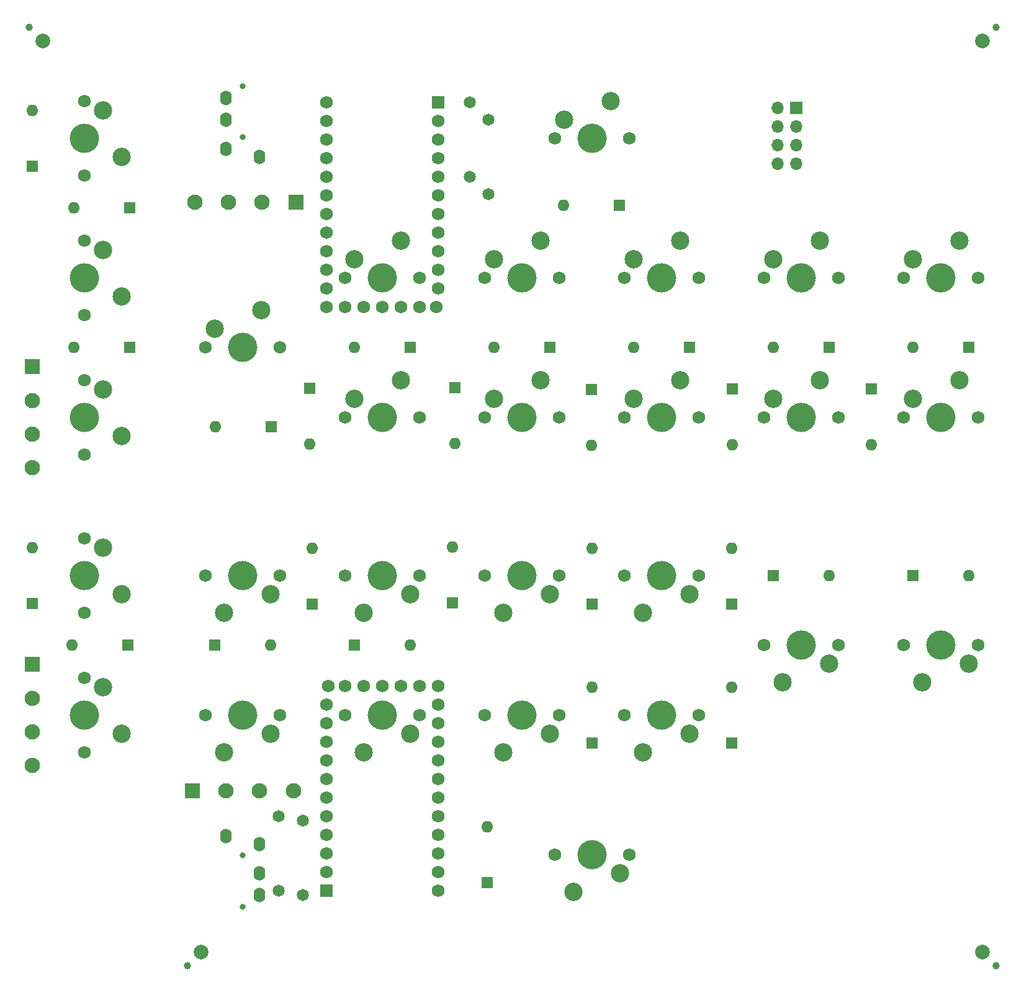
<source format=gts>
%TF.GenerationSoftware,KiCad,Pcbnew,7.0.10*%
%TF.CreationDate,2024-02-04T11:58:59-08:00*%
%TF.ProjectId,oddball_steno,6f646462-616c-46c5-9f73-74656e6f2e6b,rev?*%
%TF.SameCoordinates,Original*%
%TF.FileFunction,Soldermask,Top*%
%TF.FilePolarity,Negative*%
%FSLAX46Y46*%
G04 Gerber Fmt 4.6, Leading zero omitted, Abs format (unit mm)*
G04 Created by KiCad (PCBNEW 7.0.10) date 2024-02-04 11:58:59*
%MOMM*%
%LPD*%
G01*
G04 APERTURE LIST*
G04 Aperture macros list*
%AMRoundRect*
0 Rectangle with rounded corners*
0 $1 Rounding radius*
0 $2 $3 $4 $5 $6 $7 $8 $9 X,Y pos of 4 corners*
0 Add a 4 corners polygon primitive as box body*
4,1,4,$2,$3,$4,$5,$6,$7,$8,$9,$2,$3,0*
0 Add four circle primitives for the rounded corners*
1,1,$1+$1,$2,$3*
1,1,$1+$1,$4,$5*
1,1,$1+$1,$6,$7*
1,1,$1+$1,$8,$9*
0 Add four rect primitives between the rounded corners*
20,1,$1+$1,$2,$3,$4,$5,0*
20,1,$1+$1,$4,$5,$6,$7,0*
20,1,$1+$1,$6,$7,$8,$9,0*
20,1,$1+$1,$8,$9,$2,$3,0*%
G04 Aperture macros list end*
%ADD10C,1.000000*%
%ADD11C,2.000000*%
%ADD12C,1.750000*%
%ADD13C,4.000000*%
%ADD14C,2.500000*%
%ADD15C,2.100000*%
%ADD16RoundRect,0.250001X-0.799999X-0.799999X0.799999X-0.799999X0.799999X0.799999X-0.799999X0.799999X0*%
%ADD17R,1.600000X1.600000*%
%ADD18O,1.600000X1.600000*%
%ADD19RoundRect,0.250001X-0.799999X0.799999X-0.799999X-0.799999X0.799999X-0.799999X0.799999X0.799999X0*%
%ADD20C,1.752600*%
%ADD21R,1.752600X1.752600*%
%ADD22R,1.700000X1.700000*%
%ADD23O,1.700000X1.700000*%
%ADD24C,1.651000*%
%ADD25RoundRect,0.250001X0.799999X0.799999X-0.799999X0.799999X-0.799999X-0.799999X0.799999X-0.799999X0*%
%ADD26C,0.800000*%
%ADD27O,1.600000X2.000000*%
G04 APERTURE END LIST*
D10*
%TO.C,*%
X75770500Y-21420625D03*
%TD*%
%TO.C,*%
X207675500Y-21420625D03*
%TD*%
%TO.C,*%
X207675500Y-149530625D03*
%TD*%
%TO.C,REF\u002A\u002A*%
X97375500Y-149530625D03*
%TD*%
D11*
%TO.C,REF\u002A\u002A*%
X99225500Y-147680625D03*
%TD*%
%TO.C,REF\u002A\u002A*%
X77620500Y-23270625D03*
%TD*%
%TO.C,REF\u002A\u002A*%
X205825500Y-147680625D03*
%TD*%
%TO.C,REF\u002A\u002A*%
X205825500Y-23270625D03*
%TD*%
D12*
%TO.C,S25*%
X83310500Y-50550625D03*
D13*
X83310500Y-55630625D03*
D12*
X83310500Y-60710625D03*
D14*
X85850500Y-51820625D03*
X88390500Y-58170625D03*
%TD*%
%TO.C,S7*%
X159510500Y-101350625D03*
X165860500Y-98810625D03*
D12*
X156970500Y-96270625D03*
D13*
X162050500Y-96270625D03*
D12*
X167130500Y-96270625D03*
%TD*%
%TO.C,S26*%
X83310500Y-69600625D03*
D13*
X83310500Y-74680625D03*
D12*
X83310500Y-79760625D03*
D14*
X85850500Y-70870625D03*
X88390500Y-77220625D03*
%TD*%
D12*
%TO.C,S17*%
X118870500Y-74680625D03*
D13*
X123950500Y-74680625D03*
D12*
X129030500Y-74680625D03*
D14*
X120140500Y-72140625D03*
X126490500Y-69600625D03*
%TD*%
D12*
%TO.C,S27*%
X83310500Y-91190625D03*
D13*
X83310500Y-96270625D03*
D12*
X83310500Y-101350625D03*
D14*
X85850500Y-92460625D03*
X88390500Y-98810625D03*
%TD*%
D12*
%TO.C,S16*%
X195070500Y-55630625D03*
D13*
X200150500Y-55630625D03*
D12*
X205230500Y-55630625D03*
D14*
X196340500Y-53090625D03*
X202690500Y-50550625D03*
%TD*%
%TO.C,S5*%
X102360500Y-120400625D03*
X108710500Y-117860625D03*
D12*
X99820500Y-115320625D03*
D13*
X104900500Y-115320625D03*
D12*
X109980500Y-115320625D03*
%TD*%
%TO.C,S24*%
X83310500Y-31500625D03*
D13*
X83310500Y-36580625D03*
D12*
X83310500Y-41660625D03*
D14*
X85850500Y-32770625D03*
X88390500Y-39120625D03*
%TD*%
%TO.C,S1*%
X149985500Y-139450625D03*
X156335500Y-136910625D03*
D12*
X147445500Y-134370625D03*
D13*
X152525500Y-134370625D03*
D12*
X157605500Y-134370625D03*
%TD*%
%TO.C,S23*%
X147445500Y-36580625D03*
D13*
X152525500Y-36580625D03*
D12*
X157605500Y-36580625D03*
D14*
X148715500Y-34040625D03*
X155065500Y-31500625D03*
%TD*%
D12*
%TO.C,S22*%
X99820500Y-65155625D03*
D13*
X104900500Y-65155625D03*
D12*
X109980500Y-65155625D03*
D14*
X101090500Y-62615625D03*
X107440500Y-60075625D03*
%TD*%
%TO.C,S6*%
X178560500Y-110875625D03*
X184910500Y-108335625D03*
D12*
X176020500Y-105795625D03*
D13*
X181100500Y-105795625D03*
D12*
X186180500Y-105795625D03*
%TD*%
%TO.C,S12*%
X118870500Y-55630625D03*
D13*
X123950500Y-55630625D03*
D12*
X129030500Y-55630625D03*
D14*
X120140500Y-53090625D03*
X126490500Y-50550625D03*
%TD*%
D12*
%TO.C,S28*%
X83310500Y-110240625D03*
D13*
X83310500Y-115320625D03*
D12*
X83310500Y-120400625D03*
D14*
X85850500Y-111510625D03*
X88390500Y-117860625D03*
%TD*%
%TO.C,S11*%
X197610500Y-110875625D03*
X203960500Y-108335625D03*
D12*
X195070500Y-105795625D03*
D13*
X200150500Y-105795625D03*
D12*
X205230500Y-105795625D03*
%TD*%
D14*
%TO.C,S8*%
X140460500Y-101350625D03*
X146810500Y-98810625D03*
D12*
X137920500Y-96270625D03*
D13*
X143000500Y-96270625D03*
D12*
X148080500Y-96270625D03*
%TD*%
%TO.C,S15*%
X176020500Y-55630625D03*
D13*
X181100500Y-55630625D03*
D12*
X186180500Y-55630625D03*
D14*
X177290500Y-53090625D03*
X183640500Y-50550625D03*
%TD*%
%TO.C,S2*%
X159510500Y-120400625D03*
X165860500Y-117860625D03*
D12*
X156970500Y-115320625D03*
D13*
X162050500Y-115320625D03*
D12*
X167130500Y-115320625D03*
%TD*%
%TO.C,S18*%
X137920500Y-74680625D03*
D13*
X143000500Y-74680625D03*
D12*
X148080500Y-74680625D03*
D14*
X139190500Y-72140625D03*
X145540500Y-69600625D03*
%TD*%
D12*
%TO.C,S14*%
X156970500Y-55630625D03*
D13*
X162050500Y-55630625D03*
D12*
X167130500Y-55630625D03*
D14*
X158240500Y-53090625D03*
X164590500Y-50550625D03*
%TD*%
%TO.C,S9*%
X121410500Y-101350625D03*
X127760500Y-98810625D03*
D12*
X118870500Y-96270625D03*
D13*
X123950500Y-96270625D03*
D12*
X129030500Y-96270625D03*
%TD*%
%TO.C,S21*%
X195070500Y-74680625D03*
D13*
X200150500Y-74680625D03*
D12*
X205230500Y-74680625D03*
D14*
X196340500Y-72140625D03*
X202690500Y-69600625D03*
%TD*%
D12*
%TO.C,S19*%
X156970500Y-74680625D03*
D13*
X162050500Y-74680625D03*
D12*
X167130500Y-74680625D03*
D14*
X158240500Y-72140625D03*
X164590500Y-69600625D03*
%TD*%
D12*
%TO.C,S13*%
X137920500Y-55630625D03*
D13*
X143000500Y-55630625D03*
D12*
X148080500Y-55630625D03*
D14*
X139190500Y-53090625D03*
X145540500Y-50550625D03*
%TD*%
D15*
%TO.C,J2*%
X111800500Y-125676875D03*
X107200500Y-125676875D03*
X102600500Y-125676875D03*
D16*
X98000500Y-125676875D03*
%TD*%
D14*
%TO.C,S3*%
X140460500Y-120400625D03*
X146810500Y-117860625D03*
D12*
X137920500Y-115320625D03*
D13*
X143000500Y-115320625D03*
D12*
X148080500Y-115320625D03*
%TD*%
D14*
%TO.C,S10*%
X102360500Y-101350625D03*
X108710500Y-98810625D03*
D12*
X99820500Y-96270625D03*
D13*
X104900500Y-96270625D03*
D12*
X109980500Y-96270625D03*
%TD*%
D14*
%TO.C,S4*%
X121410500Y-120400625D03*
X127760500Y-117860625D03*
D12*
X118870500Y-115320625D03*
D13*
X123950500Y-115320625D03*
D12*
X129030500Y-115320625D03*
%TD*%
%TO.C,S20*%
X176020500Y-74680625D03*
D13*
X181100500Y-74680625D03*
D12*
X186180500Y-74680625D03*
D14*
X177290500Y-72140625D03*
X183640500Y-69600625D03*
%TD*%
D17*
%TO.C,D21*%
X190625500Y-70795625D03*
D18*
X190625500Y-78415625D03*
%TD*%
D19*
%TO.C,J6*%
X76166750Y-108420625D03*
D15*
X76166750Y-113020625D03*
X76166750Y-117620625D03*
X76166750Y-122220625D03*
%TD*%
D20*
%TO.C,U1*%
X129030500Y-111351875D03*
X126490500Y-111351875D03*
X123950500Y-111351875D03*
X121410500Y-111351875D03*
X118870500Y-111351875D03*
X131570500Y-139291875D03*
X131570500Y-136751875D03*
X131570500Y-134211875D03*
X131570500Y-131671875D03*
X131570500Y-129131875D03*
X131570500Y-126591875D03*
X131570500Y-124051875D03*
X131570500Y-121511875D03*
X131570500Y-118971875D03*
X131570500Y-116431875D03*
X131570500Y-113891875D03*
X131570500Y-111351875D03*
X116559100Y-111351875D03*
X116330500Y-113891875D03*
X116330500Y-116431875D03*
X116330500Y-118971875D03*
X116330500Y-121511875D03*
X116330500Y-124051875D03*
X116330500Y-126591875D03*
X116330500Y-129131875D03*
X116330500Y-131671875D03*
X116330500Y-134211875D03*
X116330500Y-136751875D03*
D21*
X116330500Y-139291875D03*
%TD*%
D18*
%TO.C,D1*%
X138238000Y-130560625D03*
D17*
X138238000Y-138180625D03*
%TD*%
D18*
%TO.C,D3*%
X152525500Y-111510625D03*
D17*
X152525500Y-119130625D03*
%TD*%
%TO.C,D19*%
X152475500Y-70895625D03*
D18*
X152475500Y-78515625D03*
%TD*%
D22*
%TO.C,J3*%
X180375500Y-32405625D03*
D23*
X177835500Y-32405625D03*
X180375500Y-34945625D03*
X177835500Y-34945625D03*
X180375500Y-37485625D03*
X177835500Y-37485625D03*
X180375500Y-40025625D03*
X177835500Y-40025625D03*
%TD*%
D18*
%TO.C,D10*%
X114336750Y-92535625D03*
D17*
X114336750Y-100155625D03*
%TD*%
%TO.C,D13*%
X146810500Y-65155625D03*
D18*
X139190500Y-65155625D03*
%TD*%
D17*
%TO.C,D22*%
X108808000Y-75930625D03*
D18*
X101188000Y-75930625D03*
%TD*%
D17*
%TO.C,D17*%
X114075500Y-70695625D03*
D18*
X114075500Y-78315625D03*
%TD*%
D17*
%TO.C,D27*%
X76166750Y-100080625D03*
D18*
X76166750Y-92460625D03*
%TD*%
D17*
%TO.C,D15*%
X184910500Y-65155625D03*
D18*
X177290500Y-65155625D03*
%TD*%
D24*
%TO.C,R4*%
X109836750Y-129146875D03*
X109836750Y-139306875D03*
%TD*%
%TO.C,R3*%
X113125500Y-139875625D03*
X113125500Y-129715625D03*
%TD*%
D17*
%TO.C,D16*%
X203960500Y-65155625D03*
D18*
X196340500Y-65155625D03*
%TD*%
%TO.C,D6*%
X184910500Y-96270625D03*
D17*
X177290500Y-96270625D03*
%TD*%
%TO.C,D20*%
X171675500Y-70795625D03*
D18*
X171675500Y-78415625D03*
%TD*%
%TO.C,D9*%
X133486750Y-92385625D03*
D17*
X133486750Y-100005625D03*
%TD*%
D24*
%TO.C,R1*%
X135856750Y-41804375D03*
X135856750Y-31644375D03*
%TD*%
D17*
%TO.C,D28*%
X89260500Y-105795625D03*
D18*
X81640500Y-105795625D03*
%TD*%
%TO.C,D4*%
X127760500Y-105795625D03*
D17*
X120140500Y-105795625D03*
%TD*%
D24*
%TO.C,R2*%
X138381750Y-34025625D03*
X138381750Y-44185625D03*
%TD*%
D17*
%TO.C,D26*%
X89501750Y-65155625D03*
D18*
X81881750Y-65155625D03*
%TD*%
D21*
%TO.C,U3*%
X131570500Y-31659375D03*
D20*
X131570500Y-34199375D03*
X131570500Y-36739375D03*
X131570500Y-39279375D03*
X131570500Y-41819375D03*
X131570500Y-44359375D03*
X131570500Y-46899375D03*
X131570500Y-49439375D03*
X131570500Y-51979375D03*
X131570500Y-54519375D03*
X131570500Y-57059375D03*
X131341900Y-59599375D03*
X116330500Y-59599375D03*
X116330500Y-57059375D03*
X116330500Y-54519375D03*
X116330500Y-51979375D03*
X116330500Y-49439375D03*
X116330500Y-46899375D03*
X116330500Y-44359375D03*
X116330500Y-41819375D03*
X116330500Y-39279375D03*
X116330500Y-36739375D03*
X116330500Y-34199375D03*
X116330500Y-31659375D03*
X129030500Y-59599375D03*
X126490500Y-59599375D03*
X123950500Y-59599375D03*
X121410500Y-59599375D03*
X118870500Y-59599375D03*
%TD*%
D18*
%TO.C,D8*%
X152586750Y-92535625D03*
D17*
X152586750Y-100155625D03*
%TD*%
%TO.C,D18*%
X133825500Y-70595625D03*
D18*
X133825500Y-78215625D03*
%TD*%
D17*
%TO.C,D25*%
X89501750Y-46105625D03*
D18*
X81881750Y-46105625D03*
%TD*%
D25*
%TO.C,J4*%
X112150500Y-45274375D03*
D15*
X107550500Y-45274375D03*
X102950500Y-45274375D03*
X98350500Y-45274375D03*
%TD*%
D18*
%TO.C,D11*%
X203960500Y-96270625D03*
D17*
X196340500Y-96270625D03*
%TD*%
%TO.C,D23*%
X156285500Y-45705625D03*
D18*
X148665500Y-45705625D03*
%TD*%
D26*
%TO.C,U4*%
X104900500Y-36449375D03*
X104900500Y-29449375D03*
D27*
X107200500Y-39149375D03*
X102600500Y-38049375D03*
X102600500Y-34049375D03*
X102600500Y-31049375D03*
%TD*%
D18*
%TO.C,D2*%
X171575500Y-111510625D03*
D17*
X171575500Y-119130625D03*
%TD*%
D18*
%TO.C,D7*%
X171586750Y-92535625D03*
D17*
X171586750Y-100155625D03*
%TD*%
%TO.C,D14*%
X165860500Y-65155625D03*
D18*
X158240500Y-65155625D03*
%TD*%
D17*
%TO.C,D24*%
X76166750Y-40390625D03*
D18*
X76166750Y-32770625D03*
%TD*%
D19*
%TO.C,J5*%
X76166750Y-67780625D03*
D15*
X76166750Y-72380625D03*
X76166750Y-76980625D03*
X76166750Y-81580625D03*
%TD*%
D18*
%TO.C,D5*%
X108710500Y-105795625D03*
D17*
X101090500Y-105795625D03*
%TD*%
%TO.C,D12*%
X127760500Y-65155625D03*
D18*
X120140500Y-65155625D03*
%TD*%
D27*
%TO.C,U2*%
X107200500Y-139901875D03*
X107200500Y-136901875D03*
X107200500Y-132901875D03*
X102600500Y-131801875D03*
D26*
X104900500Y-141501875D03*
X104900500Y-134501875D03*
%TD*%
M02*

</source>
